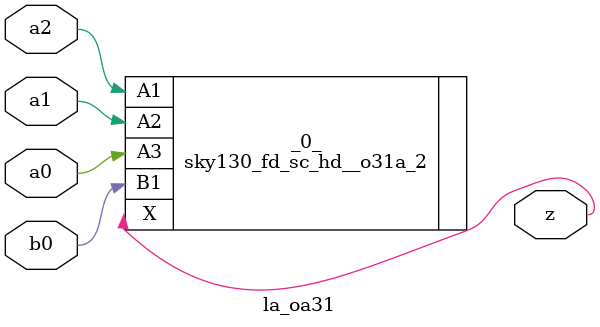
<source format=v>

module la_oa31(a0, a1, a2, b0, z);
  input a0;
  input a1;
  input a2;
  input b0;
  output z;
  sky130_fd_sc_hd__o31a_2 _0_ (
    .A1(a2),
    .A2(a1),
    .A3(a0),
    .B1(b0),
    .X(z)
  );
endmodule

</source>
